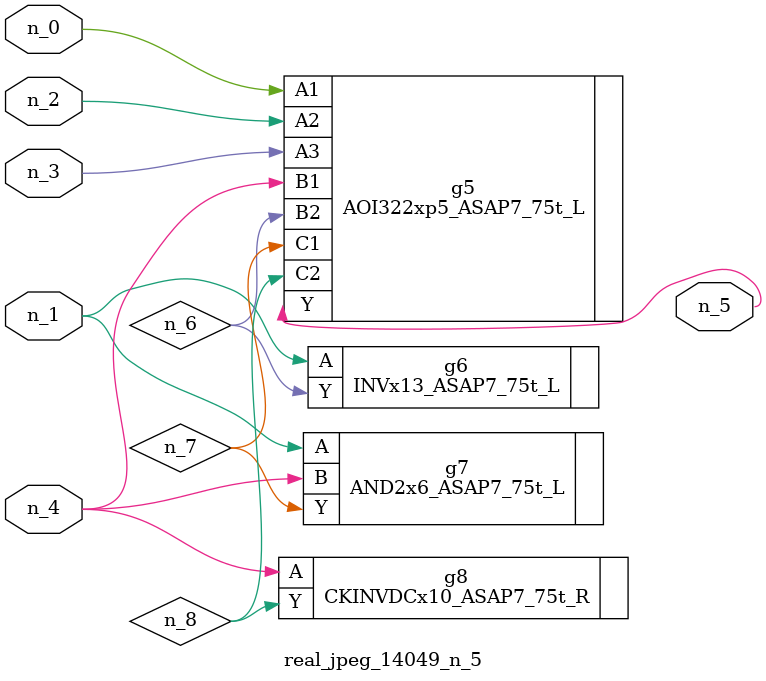
<source format=v>
module real_jpeg_14049_n_5 (n_4, n_0, n_1, n_2, n_3, n_5);

input n_4;
input n_0;
input n_1;
input n_2;
input n_3;

output n_5;

wire n_8;
wire n_6;
wire n_7;

AOI322xp5_ASAP7_75t_L g5 ( 
.A1(n_0),
.A2(n_2),
.A3(n_3),
.B1(n_4),
.B2(n_6),
.C1(n_7),
.C2(n_8),
.Y(n_5)
);

INVx13_ASAP7_75t_L g6 ( 
.A(n_1),
.Y(n_6)
);

AND2x6_ASAP7_75t_L g7 ( 
.A(n_1),
.B(n_4),
.Y(n_7)
);

CKINVDCx10_ASAP7_75t_R g8 ( 
.A(n_4),
.Y(n_8)
);


endmodule
</source>
